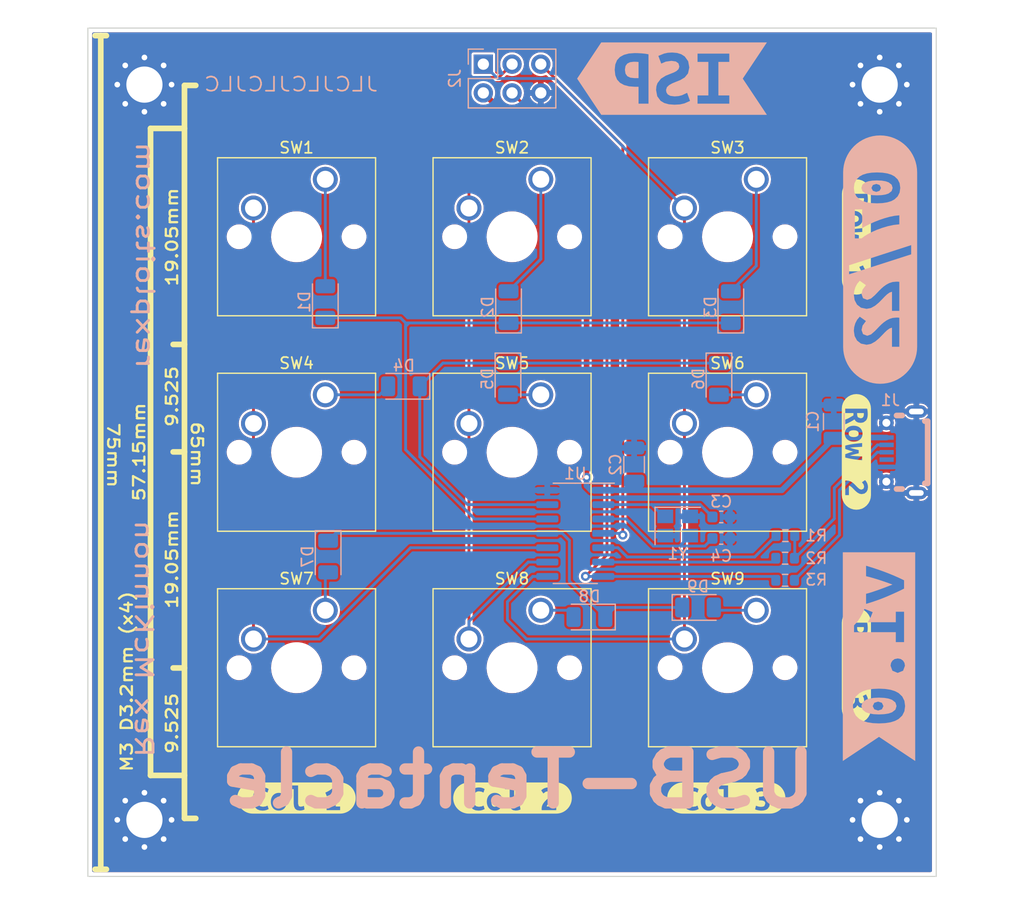
<source format=kicad_pcb>
(kicad_pcb (version 20211014) (generator pcbnew)
  (title_block (title "USB-Tentacle") (date "2022-07-21") (rev "1.0") (comment 1 "Customizable 3x3 keypad that emulates a USB keyboard.") (comment 2 "Designed by Rex McKinnon <0xff@rexploits.com>"))
  (layers (0 "F.Cu" jumper) (31 "B.Cu" signal) (34 "B.Paste" user) (35 "F.Paste" user) (36 "B.SilkS" user "B.Silkscreen") (37 "F.SilkS" user "F.Silkscreen") (38 "B.Mask" user) (39 "F.Mask" user) (44 "Edge.Cuts" user))
  (net 0 "")
  (net 1 "VBUS")
  (net 2 "GND")
  (net 3 "Net-(C4-Pad1)")
  (net 4 "/ROW_1")
  (net 5 "Net-(D1-Pad2)")
  (net 6 "/ROW_2")
  (net 7 "Net-(D2-Pad2)")
  (net 8 "/ROW_3")
  (net 9 "Net-(D3-Pad2)")
  (net 10 "Net-(D4-Pad2)")
  (net 11 "Net-(D5-Pad2)")
  (net 12 "Net-(D6-Pad2)")
  (net 13 "Net-(D7-Pad2)")
  (net 14 "Net-(D8-Pad2)")
  (net 15 "Net-(D9-Pad2)")
  (net 17 "/COL_3")
  (net 18 "/COL_1")
  (net 19 "/COL_2")
  (net 20 "Net-(R3-Pad2)")
  (net 21 "/D-")
  (net 22 "/D+")
  (net 23 "/PUD-")
  (net 24 "Net-(U1-Pad2)")
  (net 25 "Net-(J1-Pad2)")
  (net 26 "Net-(U1-Pad4)")
  (footprint "MountingHole:MountingHole_3.2mm_M3_Pad_Via" (layer "F.Cu") (at 164.76 141.63)
    (fp_text reference "REF**" hide)
    (fp_text value "MountingHole_3.2mm_M3_Pad_Via")
    (pad "1" thru_hole circle (at -1.697056 1.697056) (size 0.8 0.8) (drill 0.5) (layers *.Cu *.Mask))
    (pad "1" thru_hole circle (at -2.4 0) (size 0.8 0.8) (drill 0.5) (layers *.Cu *.Mask))
    (pad "1" thru_hole circle (at 1.697056 1.697056) (size 0.8 0.8) (drill 0.5) (layers *.Cu *.Mask))
    (pad "1" thru_hole circle (at 0 0) (size 6.4 6.4) (drill 3.2) (layers *.Cu *.Mask) (net 2 "GND"))
    (pad "1" thru_hole circle (at 2.4 0) (size 0.8 0.8) (drill 0.5) (layers *.Cu *.Mask))
    (pad "1" thru_hole circle (at -1.697056 -1.697056) (size 0.8 0.8) (drill 0.5) (layers *.Cu *.Mask))
    (pad "1" thru_hole circle (at 0 -2.4) (size 0.8 0.8) (drill 0.5) (layers *.Cu *.Mask))
    (pad "1" thru_hole circle (at 1.697056 -1.697056) (size 0.8 0.8) (drill 0.5) (layers *.Cu *.Mask))
    (pad "1" thru_hole circle (at 0 2.4) (size 0.8 0.8) (drill 0.5) (layers *.Cu *.Mask))
  )
  (footprint "kibuzzard-62D88F76" (layer "F.Cu") (at 132.3 139.7)
    (fp_text reference "kibuzzard-62D88F76" hide)
    (fp_text value "G***" hide)
  )
  (footprint "MountingHole:MountingHole_3.2mm_M3_Pad_Via" (layer "F.Cu") (at 99.76 76.63)
    (fp_text reference "REF**" hide)
    (fp_text value "MountingHole_3.2mm_M3_Pad_Via")
    (pad "1" thru_hole circle (at 2.4 0) (size 0.8 0.8) (drill 0.5) (layers *.Cu *.Mask))
    (pad "1" thru_hole circle (at 1.697056 -1.697056) (size 0.8 0.8) (drill 0.5) (layers *.Cu *.Mask))
    (pad "1" thru_hole circle (at -1.697056 1.697056) (size 0.8 0.8) (drill 0.5) (layers *.Cu *.Mask))
    (pad "1" thru_hole circle (at 0 2.4) (size 0.8 0.8) (drill 0.5) (layers *.Cu *.Mask))
    (pad "1" thru_hole circle (at 0 -2.4) (size 0.8 0.8) (drill 0.5) (layers *.Cu *.Mask))
    (pad "1" thru_hole circle (at 0 0) (size 6.4 6.4) (drill 3.2) (layers *.Cu *.Mask) (net 2 "GND"))
    (pad "1" thru_hole circle (at -1.697056 -1.697056) (size 0.8 0.8) (drill 0.5) (layers *.Cu *.Mask))
    (pad "1" thru_hole circle (at 1.697056 1.697056) (size 0.8 0.8) (drill 0.5) (layers *.Cu *.Mask))
    (pad "1" thru_hole circle (at -2.4 0) (size 0.8 0.8) (drill 0.5) (layers *.Cu *.Mask))
  )
  (footprint "MountingHole:MountingHole_3.2mm_M3_Pad_Via" (layer "F.Cu") (at 99.76 141.63)
    (fp_text reference "REF**" hide)
    (fp_text value "MountingHole_3.2mm_M3_Pad_Via")
    (pad "1" thru_hole circle (at 2.4 0) (size 0.8 0.8) (drill 0.5) (layers *.Cu *.Mask))
    (pad "1" thru_hole circle (at 1.697056 -1.697056) (size 0.8 0.8) (drill 0.5) (layers *.Cu *.Mask))
    (pad "1" thru_hole circle (at -2.4 0) (size 0.8 0.8) (drill 0.5) (layers *.Cu *.Mask))
    (pad "1" thru_hole circle (at -1.697056 -1.697056) (size 0.8 0.8) (drill 0.5) (layers *.Cu *.Mask))
    (pad "1" thru_hole circle (at 0 -2.4) (size 0.8 0.8) (drill 0.5) (layers *.Cu *.Mask))
    (pad "1" thru_hole circle (at 1.697056 1.697056) (size 0.8 0.8) (drill 0.5) (layers *.Cu *.Mask))
    (pad "1" thru_hole circle (at -1.697056 1.697056) (size 0.8 0.8) (drill 0.5) (layers *.Cu *.Mask))
    (pad "1" thru_hole circle (at 0 0) (size 6.4 6.4) (drill 3.2) (layers *.Cu *.Mask) (net 2 "GND"))
    (pad "1" thru_hole circle (at 0 2.4) (size 0.8 0.8) (drill 0.5) (layers *.Cu *.Mask))
  )
  (footprint "MountingHole:MountingHole_3.2mm_M3_Pad_Via" (layer "F.Cu") (at 164.76 76.63)
    (fp_text reference "REF**" hide)
    (fp_text value "MountingHole_3.2mm_M3_Pad_Via")
    (pad "1" thru_hole circle (at -1.697056 1.697056) (size 0.8 0.8) (drill 0.5) (layers *.Cu *.Mask))
    (pad "1" thru_hole circle (at -2.4 0) (size 0.8 0.8) (drill 0.5) (layers *.Cu *.Mask))
    (pad "1" thru_hole circle (at 0 -2.4) (size 0.8 0.8) (drill 0.5) (layers *.Cu *.Mask))
    (pad "1" thru_hole circle (at 0 0) (size 6.4 6.4) (drill 3.2) (layers *.Cu *.Mask) (net 2 "GND"))
    (pad "1" thru_hole circle (at -1.697056 -1.697056) (size 0.8 0.8) (drill 0.5) (layers *.Cu *.Mask))
    (pad "1" thru_hole circle (at 1.697056 -1.697056) (size 0.8 0.8) (drill 0.5) (layers *.Cu *.Mask))
    (pad "1" thru_hole circle (at 1.697056 1.697056) (size 0.8 0.8) (drill 0.5) (layers *.Cu *.Mask))
    (pad "1" thru_hole circle (at 2.4 0) (size 0.8 0.8) (drill 0.5) (layers *.Cu *.Mask))
    (pad "1" thru_hole circle (at 0 2.4) (size 0.8 0.8) (drill 0.5) (layers *.Cu *.Mask))
  )
  (footprint "Button_Switch_Keyboard:SW_Cherry_MX_1.00u_PCB" (layer "F.Cu") (at 134.8 85)
    (fp_text reference "SW2" (at -2.54 -2.794) (layer "F.SilkS"))
    (fp_text value "SW_Push")
    (pad "" np_thru_hole circle (at -7.62 5.08) (size 1.7 1.7) (drill 1.7) (layers *.Cu *.Mask))
    (pad "" np_thru_hole circle (at 2.54 5.08) (size 1.7 1.7) (drill 1.7) (layers *.Cu *.Mask))
    (pad "" np_thru_hole circle (at -2.54 5.08) (size 4 4) (drill 4) (layers *.Cu *.Mask))
    (pad "1" thru_hole circle (at 0 0) (size 2.2 2.2) (drill 1.5) (layers *.Cu *.Mask) (net 7 "Net-(D2-Pad2)"))
    (pad "2" thru_hole circle (at -6.35 2.54) (size 2.2 2.2) (drill 1.5) (layers *.Cu *.Mask) (net 19 "/COL_2"))
  )
  (footprint "Button_Switch_Keyboard:SW_Cherry_MX_1.00u_PCB" (layer "F.Cu") (at 115.75 85)
    (fp_text reference "SW1" (at -2.54 -2.794) (layer "F.SilkS"))
    (fp_text value "SW_Push")
    (pad "" np_thru_hole circle (at -7.62 5.08) (size 1.7 1.7) (drill 1.7) (layers *.Cu *.Mask))
    (pad "" np_thru_hole circle (at -2.54 5.08) (size 4 4) (drill 4) (layers *.Cu *.Mask))
    (pad "" np_thru_hole circle (at 2.54 5.08) (size 1.7 1.7) (drill 1.7) (layers *.Cu *.Mask))
    (pad "1" thru_hole circle (at 0 0) (size 2.2 2.2) (drill 1.5) (layers *.Cu *.Mask) (net 5 "Net-(D1-Pad2)"))
    (pad "2" thru_hole circle (at -6.35 2.54) (size 2.2 2.2) (drill 1.5) (layers *.Cu *.Mask) (net 18 "/COL_1"))
  )
  (footprint "Button_Switch_Keyboard:SW_Cherry_MX_1.00u_PCB" (layer "F.Cu") (at 153.85 104.05)
    (fp_text reference "SW6" (at -2.54 -2.794) (layer "F.SilkS"))
    (fp_text value "SW_Push")
    (pad "" np_thru_hole circle (at -2.54 5.08) (size 4 4) (drill 4) (layers *.Cu *.Mask))
    (pad "" np_thru_hole circle (at 2.54 5.08) (size 1.7 1.7) (drill 1.7) (layers *.Cu *.Mask))
    (pad "" np_thru_hole circle (at -7.62 5.08) (size 1.7 1.7) (drill 1.7) (layers *.Cu *.Mask))
    (pad "1" thru_hole circle (at 0 0) (size 2.2 2.2) (drill 1.5) (layers *.Cu *.Mask) (net 12 "Net-(D6-Pad2)"))
    (pad "2" thru_hole circle (at -6.35 2.54) (size 2.2 2.2) (drill 1.5) (layers *.Cu *.Mask) (net 17 "/COL_3"))
  )
  (footprint "kibuzzard-62D88F18" (layer "F.Cu") (at 162.7 109.1 -90)
    (fp_text reference "kibuzzard-62D88F18" hide)
    (fp_text value "G***" hide)
  )
  (footprint "kibuzzard-62D88F88" (layer "F.Cu") (at 151.2 139.7)
    (fp_text reference "kibuzzard-62D88F88" hide)
    (fp_text value "G***" hide)
  )
  (footprint "Button_Switch_Keyboard:SW_Cherry_MX_1.00u_PCB" (layer "F.Cu") (at 115.75 123.1)
    (fp_text reference "SW7" (at -2.54 -2.794) (layer "F.SilkS"))
    (fp_text value "SW_Push")
    (pad "" np_thru_hole circle (at -7.62 5.08) (size 1.7 1.7) (drill 1.7) (layers *.Cu *.Mask))
    (pad "" np_thru_hole circle (at -2.54 5.08) (size 4 4) (drill 4) (layers *.Cu *.Mask))
    (pad "" np_thru_hole circle (at 2.54 5.08) (size 1.7 1.7) (drill 1.7) (layers *.Cu *.Mask))
    (pad "1" thru_hole circle (at 0 0) (size 2.2 2.2) (drill 1.5) (layers *.Cu *.Mask) (net 13 "Net-(D7-Pad2)"))
    (pad "2" thru_hole circle (at -6.35 2.54) (size 2.2 2.2) (drill 1.5) (layers *.Cu *.Mask) (net 18 "/COL_1"))
  )
  (footprint "Button_Switch_Keyboard:SW_Cherry_MX_1.00u_PCB" (layer "F.Cu") (at 134.8 123.1)
    (fp_text reference "SW8" (at -2.54 -2.794) (layer "F.SilkS"))
    (fp_text value "SW_Push")
    (pad "" np_thru_hole circle (at -2.54 5.08) (size 4 4) (drill 4) (layers *.Cu *.Mask))
    (pad "" np_thru_hole circle (at -7.62 5.08) (size 1.7 1.7) (drill 1.7) (layers *.Cu *.Mask))
    (pad "" np_thru_hole circle (at 2.54 5.08) (size 1.7 1.7) (drill 1.7) (layers *.Cu *.Mask))
    (pad "1" thru_hole circle (at 0 0) (size 2.2 2.2) (drill 1.5) (layers *.Cu *.Mask) (net 14 "Net-(D8-Pad2)"))
    (pad "2" thru_hole circle (at -6.35 2.54) (size 2.2 2.2) (drill 1.5) (layers *.Cu *.Mask) (net 19 "/COL_2"))
  )
  (footprint "Button_Switch_Keyboard:SW_Cherry_MX_1.00u_PCB" (layer "F.Cu") (at 115.75 104.05)
    (fp_text reference "SW4" (at -2.54 -2.794) (layer "F.SilkS"))
    (fp_text value "SW_Push")
    (pad "" np_thru_hole circle (at -7.62 5.08) (size 1.7 1.7) (drill 1.7) (layers *.Cu *.Mask))
    (pad "" np_thru_hole circle (at -2.54 5.08) (size 4 4) (drill 4) (layers *.Cu *.Mask))
    (pad "" np_thru_hole circle (at 2.54 5.08) (size 1.7 1.7) (drill 1.7) (layers *.Cu *.Mask))
    (pad "1" thru_hole circle (at 0 0) (size 2.2 2.2) (drill 1.5) (layers *.Cu *.Mask) (net 10 "Net-(D4-Pad2)"))
    (pad "2" thru_hole circle (at -6.35 2.54) (size 2.2 2.2) (drill 1.5) (layers *.Cu *.Mask) (net 18 "/COL_1"))
  )
  (footprint "Button_Switch_Keyboard:SW_Cherry_MX_1.00u_PCB" (layer "F.Cu") (at 153.85 85)
    (fp_text reference "SW3" (at -2.54 -2.794) (layer "F.SilkS"))
    (fp_text value "SW_Push")
    (pad "" np_thru_hole circle (at 2.54 5.08) (size 1.7 1.7) (drill 1.7) (layers *.Cu *.Mask))
    (pad "" np_thru_hole circle (at -2.54 5.08) (size 4 4) (drill 4) (layers *.Cu *.Mask))
    (pad "" np_thru_hole circle (at -7.62 5.08) (size 1.7 1.7) (drill 1.7) (layers *.Cu *.Mask))
    (pad "1" thru_hole circle (at 0 0) (size 2.2 2.2) (drill 1.5) (layers *.Cu *.Mask) (net 9 "Net-(D3-Pad2)"))
    (pad "2" thru_hole circle (at -6.35 2.54) (size 2.2 2.2) (drill 1.5) (layers *.Cu *.Mask) (net 17 "/COL_3"))
  )
  (footprint "kibuzzard-62D88F2B" (layer "F.Cu") (at 162.7 128 -90)
    (fp_text reference "kibuzzard-62D88F2B" hide)
    (fp_text value "G***" hide)
  )
  (footprint "kibuzzard-62D88EEF" (layer "F.Cu") (at 162.7 90.1 -90)
    (fp_text reference "kibuzzard-62D88EEF" hide)
    (fp_text value "G***" hide)
  )
  (footprint "kibuzzard-62D88F66" (layer "F.Cu") (at 113.2 139.7)
    (fp_text reference "kibuzzard-62D88F66" hide)
    (fp_text value "G***" hide)
  )
  (footprint "Button_Switch_Keyboard:SW_Cherry_MX_1.00u_PCB" (layer "F.Cu") (at 153.85 123.1)
    (fp_text reference "SW9" (at -2.54 -2.794) (layer "F.SilkS"))
    (fp_text value "SW_Push")
    (pad "" np_thru_hole circle (at 2.54 5.08) (size 1.7 1.7) (drill 1.7) (layers *.Cu *.Mask))
    (pad "" np_thru_hole circle (at -7.62 5.08) (size 1.7 1.7) (drill 1.7) (layers *.Cu *.Mask))
    (pad "" np_thru_hole circle (at -2.54 5.08) (size 4 4) (drill 4) (layers *.Cu *.Mask))
    (pad "1" thru_hole circle (at 0 0) (size 2.2 2.2) (drill 1.5) (layers *.Cu *.Mask) (net 15 "Net-(D9-Pad2)"))
    (pad "2" thru_hole circle (at -6.35 2.54) (size 2.2 2.2) (drill 1.5) (layers *.Cu *.Mask) (net 17 "/COL_3"))
  )
  (footprint "Button_Switch_Keyboard:SW_Cherry_MX_1.00u_PCB" (layer "F.Cu") (at 134.8 104.05)
    (fp_text reference "SW5" (at -2.54 -2.794) (layer "F.SilkS"))
    (fp_text value "SW_Push")
    (pad "" np_thru_hole circle (at 2.54 5.08) (size 1.7 1.7) (drill 1.7) (layers *.Cu *.Mask))
    (pad "" np_thru_hole circle (at -2.54 5.08) (size 4 4) (drill 4) (layers *.Cu *.Mask))
    (pad "" np_thru_hole circle (at -7.62 5.08) (size 1.7 1.7) (drill 1.7) (layers *.Cu *.Mask))
    (pad "1" thru_hole circle (at 0 0) (size 2.2 2.2) (drill 1.5) (layers *.Cu *.Mask) (net 11 "Net-(D5-Pad2)"))
    (pad "2" thru_hole circle (at -6.35 2.54) (size 2.2 2.2) (drill 1.5) (layers *.Cu *.Mask) (net 19 "/COL_2"))
  )
  (footprint "Resistor_SMD:R_0603_1608Metric" (layer "B.Cu") (at 156.425 116.5 180)
    (fp_text reference "R1" (at -2.725 0) (layer "B.SilkS") (effects (justify mirror)))
    (fp_text value "1.5K")
    (pad "1" smd roundrect (at -0.825 0 180) (size 0.8 0.95) (layers "B.Cu" "B.Paste" "B.Mask") (net 25 "Net-(J1-Pad2)"))
    (pad "2" smd roundrect (at 0.825 0 180) (size 0.8 0.95) (layers "B.Cu" "B.Paste" "B.Mask") (net 23 "/PUD-"))
  )
  (footprint "Diode_SMD:D_1206_3216Metric" (layer "B.Cu") (at 116 118.35 -90)
    (fp_text reference "D7" (at 0 1.82 90) (layer "B.SilkS") (effects (justify mirror)))
    (fp_text value "D")
    (pad "1" smd roundrect (at -1.4 0 270) (size 1.25 1.75) (layers "B.Cu" "B.Paste" "B.Mask") (roundrect_rratio 0.2) (net 8 "/ROW_3"))
    (pad "2" smd roundrect (at 1.4 0 270) (size 1.25 1.75) (layers "B.Cu" "B.Paste" "B.Mask") (roundrect_rratio 0.2) (net 13 "Net-(D7-Pad2)"))
  )
  (footprint "Diode_SMD:D_1206_3216Metric" (layer "B.Cu") (at 139.1 123.7 180)
    (fp_text reference "D8" (at 0 1.82) (layer "B.SilkS") (effects (justify mirror)))
    (fp_text value "D")
    (pad "1" smd roundrect (at -1.4 0 180) (size 1.25 1.75) (layers "B.Cu" "B.Paste" "B.Mask") (roundrect_rratio 0.2) (net 8 "/ROW_3"))
    (pad "2" smd roundrect (at 1.4 0 180) (size 1.25 1.75) (layers "B.Cu" "B.Paste" "B.Mask") (roundrect_rratio 0.2) (net 14 "Net-(D8-Pad2)"))
  )
  (footprint "Capacitor_SMD:C_0603_1608Metric" (layer "B.Cu") (at 150.75 114.85)
    (fp_text reference "C3" (at 0 -1.35) (layer "B.SilkS") (effects (justify mirror)))
    (fp_text value "TBD")
    (pad "1" smd roundrect (at -0.775 0) (size 0.9 0.95) (layers "B.Cu" "B.Paste" "B.Mask") (net 24 "Net-(U1-Pad2)"))
    (pad "2" smd roundrect (at 0.775 0) (size 0.9 0.95) (layers "B.Cu" "B.Paste" "B.Mask") (net 2 "GND"))
  )
  (footprint "Crystal:Crystal_SMD_3225-4Pin_3.2x2.5mm" (layer "B.Cu") (at 146.9 115.65)
    (fp_text reference "Y1" (at 0 2.45) (layer "B.SilkS") (effects (justify mirror)))
    (fp_text value "12MHz")
    (pad "1" smd rect (at -1.1 -0.85) (size 1.4 1.2) (layers "B.Cu" "B.Paste" "B.Mask") (net 24 "Net-(U1-Pad2)"))
    (pad "2" smd rect (at 1.1 -0.85) (size 1.4 1.2) (layers "B.Cu" "B.Paste" "B.Mask") (net 2 "GND"))
    (pad "3" smd rect (at 1.1 0.85) (size 1.4 1.2) (layers "B.Cu" "B.Paste" "B.Mask") (net 3 "Net-(C4-Pad1)"))
    (pad "4" smd rect (at -1.1 0.85) (size 1.4 1.2) (layers "B.Cu" "B.Paste" "B.Mask") (net 2 "GND"))
  )
  (footprint "Resistor_SMD:R_0603_1608Metric" (layer "B.Cu") (at 156.4 120.45)
    (fp_text reference "R3" (at 2.75 -0.05) (layer "B.SilkS") (effects (justify mirror)))
    (fp_text value "680")
    (pad "1" smd roundrect (at -0.825 0) (size 0.8 0.95) (layers "B.Cu" "B.Paste" "B.Mask") (net 22 "/D+"))
    (pad "2" smd roundrect (at 0.825 0) (size 0.8 0.95) (layers "B.Cu" "B.Paste" "B.Mask") (net 20 "Net-(R3-Pad2)"))
  )
  (footprint "Package_SO:SOIC-14_3.9x8.7mm_P1.27mm" (layer "B.Cu") (at 137.85 116.3 180)
    (fp_text reference "U1" (at 0 5.28) (layer "B.SilkS") (effects (justify mirror)))
    (fp_text value "ATtiny44A-SS")
    (pad "1" smd roundrect (at -2.475 3.81 180) (size 1.95 0.6) (layers "B.Cu" "B.Paste" "B.Mask") (net 1 "VBUS"))
    (pad "2" smd roundrect (at -2.475 2.54 180) (size 1.95 0.6) (layers "B.Cu" "B.Paste" "B.Mask") (net 24 "Net-(U1-Pad2)"))
    (pad "3" smd roundrect (at -2.475 1.27 180) (size 1.95 0.6) (layers "B.Cu" "B.Paste" "B.Mask") (net 3 "Net-(C4-Pad1)"))
    (pad "4" smd roundrect (at -2.475 0 180) (size 1.95 0.6) (layers "B.Cu" "B.Paste" "B.Mask") (net 26 "Net-(U1-Pad4)"))
    (pad "5" smd roundrect (at -2.475 -1.27 180) (size 1.95 0.6) (layers "B.Cu" "B.Paste" "B.Mask") (net 23 "/PUD-"))
    (pad "6" smd roundrect (at -2.475 -2.54 180) (size 1.95 0.6) (layers "B.Cu" "B.Paste" "B.Mask") (net 21 "/D-"))
    (pad "7" smd roundrect (at -2.475 -3.81 180) (size 1.95 0.6) (layers "B.Cu" "B.Paste" "B.Mask") (net 22 "/D+"))
    (pad "8" smd roundrect (at 2.475 -3.81 180) (size 1.95 0.6) (layers "B.Cu" "B.Paste" "B.Mask") (net 17 "/COL_3"))
    (pad "9" smd roundrect (at 2.475 -2.54 180) (size 1.95 0.6) (layers "B.Cu" "B.Paste" "B.Mask") (net 19 "/COL_2"))
    (pad "10" smd roundrect (at 2.475 -1.27 180) (size 1.95 0.6) (layers "B.Cu" "B.Paste" "B.Mask") (net 18 "/COL_1"))
    (pad "11" smd roundrect (at 2.475 0 180) (size 1.95 0.6) (layers "B.Cu" "B.Paste" "B.Mask") (net 8 "/ROW_3"))
    (pad "12" smd roundrect (at 2.475 1.27 180) (size 1.95 0.6) (layers "B.Cu" "B.Paste" "B.Mask") (net 4 "/ROW_1"))
    (pad "13" smd roundrect (at 2.475 2.54 180) (size 1.95 0.6) (layers "B.Cu" "B.Paste" "B.Mask") (net 6 "/ROW_2"))
    (pad "14" smd roundrect (at 2.475 3.81 180) (size 1.95 0.6) (layers "B.Cu" "B.Paste" "B.Mask") (net 2 "GND"))
  )
  (footprint "UPL-Connectors:USB_Micro-B_Receptacle_AdamTech_MCR-B-S-RA-SMT-CS5A-NF-TR" (layer "B.Cu") (at 168 109.13)
    (fp_text reference "J1" (at -2.3 -4.6 unlocked) (layer "B.SilkS") (effects (justify mirror)))
    (fp_text value "USB_B_Micro")
    (pad "1" smd rect (at -2.625 -1.3) (size 1.25 0.4) (layers "B.Cu" "B.Paste" "B.Mask") (net 1 "VBUS"))
    (pad "2" smd rect (at -2.625 -0.65) (size 1.25 0.4) (layers "B.Cu" "B.Paste" "B.Mask") (net 25 "Net-(J1-Pad2)"))
    (pad "3" smd rect (at -2.625 0) (size 1.25 0.4) (layers "B.Cu" "B.Paste" "B.Mask") (net 20 "Net-(R3-Pad2)"))
    (pad "4" smd rect (at -2.625 0.65) (size 1.25 0.4) (layers "B.Cu" "B.Paste" "B.Mask"))
    (pad "5" smd rect (at -2.625 1.3) (size 1.25 0.4) (layers "B.Cu" "B.Paste" "B.Mask") (net 2 "GND"))
    (pad "6" thru_hole circle (at -2.65 -2.6) (size 1.3 1.3) (drill 0.7) (layers *.Cu *.Mask) (net 2 "GND"))
    (pad "6" thru_hole circle (at -2.65 2.6) (size 1.3 1.3) (drill 0.7) (layers *.Cu *.Mask) (net 2 "GND"))
    (pad "6" thru_hole oval (at 0 -3.6) (size 1.9 1.1) (drill oval 1.3 0.5) (layers *.Cu *.Mask) (net 2 "GND"))
    (pad "6" thru_hole oval (at 0 3.6) (size 1.9 1.1) (drill oval 1.3 0.5) (layers *.Cu *.Mask) (net 2 "GND"))
  )
  (footprint "Diode_SMD:D_1206_3216Metric" (layer "B.Cu") (at 151.6 96.3 90)
    (fp_text reference "D3" (at 0 -1.8 90) (layer "B.SilkS") (effects (justify mirror)))
    (fp_text value "D")
    (pad "1" smd roundrect (at -1.4 0 90) (size 1.25 1.75) (layers "B.Cu" "B.Paste" "B.Mask") (roundrect_rratio 0.2) (net 4 "/ROW_1"))
    (pad "2" smd roundrect (at 1.4 0 90) (size 1.25 1.75) (layers "B.Cu" "B.Paste" "B.Mask") (roundrect_rratio 0.2) (net 9 "Net-(D3-Pad2)"))
  )
  (footprint "Resistor_SMD:R_0603_1608Metric" (layer "B.Cu") (at 156.4 118.5)
    (fp_text reference "R2" (at 2.75 0) (layer "B.SilkS") (effects (justify mirror)))
    (fp_text value "680")
    (pad "1" smd roundrect (at -0.825 0) (size 0.8 0.95) (layers "B.Cu" "B.Paste" "B.Mask") (net 21 "/D-"))
    (pad "2" smd roundrect (at 0.825 0) (size 0.8 0.95) (layers "B.Cu" "B.Paste" "B.Mask") (net 25 "Net-(J1-Pad2)"))
  )
  (footprint "Connector_PinHeader_2.54mm:PinHeader_2x03_P2.54mm_Vertical" (layer "B.Cu") (at 129.72 74.8225 -90)
    (fp_text reference "J2" (at 1.27 2.52 90) (layer "B.SilkS") (effects (justify mirror)))
    (fp_text value "AVR-ISP-6")
    (pad "1" thru_hole rect (at 0 0 270) (size 1.7 1.7) (drill 1) (layers *.Cu *.Mask) (net 17 "/COL_3"))
    (pad "2" thru_hole oval (at 2.54 0 270) (size 1.7 1.7) (drill 1) (layers *.Cu *.Mask) (net 1 "VBUS"))
    (pad "3" thru_hole oval (at 0 -2.54 270) (size 1.7 1.7) (drill 1) (layers *.Cu *.Mask) (net 19 "/COL_2"))
    (pad "4" thru_hole oval (at 2.54 -2.54 270) (size 1.7 1.7) (drill 1) (layers *.Cu *.Mask) (net 22 "/D+"))
    (pad "5" thru_hole oval (at 0 -5.08 270) (size 1.7 1.7) (drill 1) (layers *.Cu *.Mask) (net 26 "Net-(U1-Pad4)"))
    (pad "6" thru_hole oval (at 2.54 -5.08 270) (size 1.7 1.7) (drill 1) (layers *.Cu *.Mask) (net 2 "GND"))
  )
  (footprint "Diode_SMD:D_1206_3216Metric" (layer "B.Cu") (at 150.55 102.65 -90)
    (fp_text reference "D6" (at 0 1.82 90) (layer "B.SilkS") (effects (justify mirror)))
    (fp_text value "D")
    (pad "1" smd roundrect (at -1.4 0 270) (size 1.25 1.75) (layers "B.Cu" "B.Paste" "B.Mask") (roundrect_rratio 0.2) (net 6 "/ROW_2"))
    (pad "2" smd roundrect (at 1.4 0 270) (size 1.25 1.75) (layers "B.Cu" "B.Paste" "B.Mask") (roundrect_rratio 0.2) (net 12 "Net-(D6-Pad2)"))
  )
  (footprint "Diode_SMD:D_1206_3216Metric" (layer "B.Cu") (at 131.95 96.3 90)
    (fp_text reference "D2" (at 0 -1.85 90) (layer "B.SilkS") (effects (justify mirror)))
    (fp_text value "D")
    (pad "1" smd roundrect (at -1.4 0 90) (size 1.25 1.75) (layers "B.Cu" "B.Paste" "B.Mask") (roundrect_rratio 0.2) (net 4 "/ROW_1"))
    (pad "2" smd roundrect (at 1.4 0 90) (size 1.25 1.75) (layers "B.Cu" "B.Paste" "B.Mask") (roundrect_rratio 0.2) (net 7 "Net-(D2-Pad2)"))
  )
  (footprint "Diode_SMD:D_1206_3216Metric" (layer "B.Cu") (at 115.75 95.85 90)
    (fp_text reference "D1" (at 0 -1.85 90) (layer "B.SilkS") (effects (justify mirror)))
    (fp_text value "D")
    (pad "1" smd roundrect (at -1.4 0 90) (size 1.25 1.75) (layers "B.Cu" "B.Paste" "B.Mask") (roundrect_rratio 0.2) (net 4 "/ROW_1"))
    (pad "2" smd roundrect (at 1.4 0 90) (size 1.25 1.75) (layers "B.Cu" "B.Paste" "B.Mask") (roundrect_rratio 0.2) (net 5 "Net-(D1-Pad2)"))
  )
  (footprint "Diode_SMD:D_1206_3216Metric" (layer "B.Cu") (at 122.7 103.3 180)
    (fp_text reference "D4" (at 0 1.82) (layer "B.SilkS") (effects (justify mirror)))
    (fp_text value "D")
    (pad "1" smd roundrect (at -1.4 0 180) (size 1.25 1.75) (layers "B.Cu" "B.Paste" "B.Mask") (roundrect_rratio 0.2) (net 6 "/ROW_2"))
    (pad "2" smd roundrect (at 1.4 0 180) (size 1.25 1.75) (layers "B.Cu" "B.Paste" "B.Mask") (roundrect_rratio 0.2) (net 10 "Net-(D4-Pad2)"))
  )
  (footprint "Capacitor_SMD:C_1206_3216Metric" (layer "B.Cu") (at 160.7 106.425 90)
    (fp_text reference "C1" (at 0 -1.85 90) (layer "B.SilkS") (effects (justify mirror)))
    (fp_text value "1uF")
    (pad "1" smd roundrect (at -1.475 0 90) (size 1.15 1.8) (layers "B.Cu" "B.Paste" "B.Mask") (roundrect_rratio 0.2173913043) (net 1 "VBUS"))
    (pad "2" smd roundrect (at 1.475 0 90) (size 1.15 1.8) (layers "B.Cu" "B.Paste" "B.Mask") (roundrect_rratio 0.2173913043) (net 2 "GND"))
  )
  (footprint "Diode_SMD:D_1206_3216Metric" (layer "B.Cu") (at 131.9 102.65 -90)
    (fp_text reference "D5" (at 0 1.82 90) (layer "B.SilkS") (effects (justify mirror)))
    (fp_text value "D")
    (pad "1" smd roundrect (at -1.4 0 270) (size 1.25 1.75) (layers "B.Cu" "B.Paste" "B.Mask") (roundrect_rratio 0.2) (net 6 "/ROW_2"))
    (pad "2" smd roundrect (at 1.4 0 270) (size 1.25 1.75) (layers "B.Cu" "B.Paste" "B.Mask") (roundrect_rratio 0.2) (net 11 "Net-(D5-Pad2)"))
  )
  (footprint "kibuzzard-62D873FF" (layer "B.Cu") (at 164.7 127.2 -90)
    (fp_text reference "kibuzzard-62D873FF" hide)
    (fp_text value "G***" hide)
  )
  (footprint "Diode_SMD:D_1206_3216Metric" (layer "B.Cu") (at 148.7 122.85)
    (fp_text reference "D9" (at 0 -1.85) (layer "B.SilkS") (effects (justify mirror)))
    (fp_text value "D")
    (pad "1" smd roundrect (at -1.4 0) (size 1.25 1.75) (layers "B.Cu" "B.Paste" "B.Mask") (roundrect_rratio 0.2) (net 8 "/ROW_3"))
    (pad "2" smd roundrect (at 1.4 0) (size 1.25 1.75) (layers "B.Cu" "B.Paste" "B.Mask") (roundrect_rratio 0.2) (net 15 "Net-(D9-Pad2)"))
  )
  (footprint "Capacitor_SMD:C_1206_3216Metric" (layer "B.Cu") (at 143.05 110.225 90)
    (fp_text reference "C2" (at 0 -1.65 90) (layer "B.SilkS") (effects (justify mirror)))
    (fp_text value "0.1uF")
    (pad "1" smd roundrect (at -1.475 0 90) (size 1.15 1.8) (layers "B.Cu" "B.Paste" "B.Mask") (roundrect_rratio 0.2173913043) (net 1 "VBUS"))
    (pad "2" smd roundrect (at 1.475 0 90) (size 1.15 1.8) (layers "B.Cu" "B.Paste" "B.Mask") (roundrect_rratio 0.2173913043) (net 2 "GND"))
  )
  (footprint "kibuzzard-62D87684" (layer "B.Cu") (at 164.8 92.1 -90)
    (fp_text reference "kibuzzard-62D87684" hide)
    (fp_text value "G***" hide)
  )
  (footprint "Capacitor_SMD:C_0603_1608Metric" (layer "B.Cu") (at 150.75 116.75)
    (fp_text reference "C4" (at 0 1.55) (layer "B.SilkS") (effects (justify mirror)))
    (fp_text value "TBD")
    (pad "1" smd roundrect (at -0.775 0) (size 0.9 0.95) (layers "B.Cu" "B.Paste" "B.Mask") (net 3 "Net-(C4-Pad1)"))
    (pad "2" smd roundrect (at 0.775 0) (size 0.9 0.95) (layers "B.Cu" "B.Paste" "B.Mask") (net 2 "GND"))
  )
  (footprint "kibuzzard-62D87485" (layer "B.Cu") (at 146.4 76.1 180)
    (fp_text reference "kibuzzard-62D87485" hide)
    (fp_text value "G***" hide)
  )
  (gr_line (start 95.4 146) (end 96.4 146) (layer "F.SilkS") (width 0.5))
  (gr_line (start 100.3 137.7) (end 100.3 80.5) (layer "F.SilkS") (width 0.5))
  (gr_line (start 102.3 99.6) (end 103.3 99.6) (layer "F.SilkS") (width 0.5))
  (gr_line (start 103.3 141.5) (end 103.3 76.7) (layer "F.SilkS") (width 0.5))
  (gr_line (start 100.3 80.5) (end 103.3 80.5) (layer "F.SilkS") (width 0.5))
  (gr_line (start 104.3 76.7) (end 103.3 76.7) (layer "F.SilkS") (width 0.5))
  (gr_line (start 100.3 137.7) (end 103.3 137.7) (layer "F.SilkS") (width 0.5))
  (gr_line (start 102.3 109.1) (end 103.3 109.1) (layer "F.SilkS") (width 0.5))
  (gr_line (start 95.4 72.3) (end 96.4 72.3) (layer "F.SilkS") (width 0.5))
  (gr_line (start 104.3 141.5) (end 103.3 141.5) (layer "F.SilkS") (width 0.5))
  (gr_line (start 95.9 72.3) (end 95.9 146) (layer "F.SilkS") (width 0.5))
  (gr_line (start 102.3 128.2) (end 103.3 128.2) (layer "F.SilkS") (width 0.5))
  (gr_rect (start 94.76 71.63) (end 169.76 146.63) (layer "Edge.Cuts") (width 0.1) (fill none))
  (gr_text "rexploits.com" (at 99.8 81.5 270) (layer "B.SilkS") (effects (font (size 1.5 2) (thickness 0.25)) (justify right mirror)))
  (gr_text "JLCJLCJLCJLC" (at 104.9 76.6) (layer "B.SilkS") (effects (font (size 1.25 1.5)) (justify right mirror)))
  (gr_text "Rex McKinnon" (at 99.7 136.3 270) (layer "B.SilkS") (effects (font (size 1.5 2) (thickness 0.25)) (justify left mirror)))
  (gr_text "USB-Tentacle" (at 132.8 138.1) (layer "B.SilkS") (effects (font (size 4.5 5) (thickness 1)) (justify mirror)))
  (gr_text "19.05mm" (at 102.2 90.1 90) (layer "F.SilkS") (effects (font (size 1 1.25) (thickness 0.2))))
  (gr_text "9.525" (at 102.2 104.2 90) (layer "F.SilkS") (effects (font (size 1 1.25) (thickness 0.2))))
  (gr_text "19.05mm" (at 102.2 118.6 90) (layer "F.SilkS") (effects (font (size 1 1.25) (thickness 0.2))))
  (gr_text "75mm" (at 97 109.4 270) (layer "F.SilkS") (effects (font (size 1 1.25) (thickness 0.2))))
  (gr_text "M3 D3.2mm (x4)" (at 98.2 137.5 90) (layer "F.SilkS") (effects (font (size 1 1.25) (thickness 0.2)) (justify left)))
  (gr_text "57.15mm" (at 99.3 109.1 90) (layer "F.SilkS") (effects (font (size 1 1.25) (thickness 0.2))))
  (gr_text "65mm" (at 104.4 109.3 270) (layer "F.SilkS") (effects (font (size 1 1.25) (thickness 0.2))))
  (gr_text "9.525" (at 102.2 133.1 90) (layer "F.SilkS") (effects (font (size 1 1.25) (thickness 0.2))))
  (segment (start 138.85 86.4925) (end 129.72 77.3625) (width 0.5) (layer "F.Cu") (net 1))
  (segment (start 138.85 111.35) (end 138.85 86.4925) (width 0.5) (layer "F.Cu") (net 1))
  (via (at 138.85 111.35) (size 0.8) (drill 0.4) (layers "F.Cu" "B.Cu") (net 1))
  (segment (start 156.11 112.49) (end 160.7 107.9) (width 0.5) (layer "B.Cu") (net 1))
  (segment (start 140.315 112.5) (end 139.25 112.5) (width 0.5) (layer "B.Cu") (net 1))
  (segment (start 142.26 112.49) (end 143.05 111.7) (width 0.5) (layer "B.Cu") (net 1))
  (segment (start 138.85 112.1) (end 138.85 111.35) (width 0.5) (layer "B.Cu") (net 1))
  (segment (start 160.7 107.9) (end 160.77 107.83) (width 0.5) (layer "B.Cu") (net 1))
  (segment (start 140.325 112.49) (end 140.315 112.5) (width 0.5) (layer "B.Cu") (net 1))
  (segment (start 142.26 112.49) (end 156.11 112.49) (width 0.5) (layer "B.Cu") (net 1))
  (segment (start 139.25 112.5) (end 138.85 112.1) (width 0.5) (layer "B.Cu") (net 1))
  (segment (start 160.77 107.83) (end 165.375 107.83) (width 0.5) (layer "B.Cu") (net 1))
  (segment (start 140.325 112.49) (end 142.26 112.49) (width 0.5) (layer "B.Cu") (net 1))
  (segment (start 149.3 117.425) (end 149.975 116.75) (width 0.25) (layer "B.Cu") (net 3))
  (segment (start 147.075 117.425) (end 149.3 117.425) (width 0.25) (layer "B.Cu") (net 3))
  (segment (start 144.75 117.425) (end 147.075 117.425) (width 0.25) (layer "B.Cu") (net 3))
  (segment (start 140.325 115.03) (end 142.355 115.03) (width 0.25) (layer "B.Cu") (net 3))
  (segment (start 142.355 115.03) (end 144.75 117.425) (width 0.25) (layer "B.Cu") (net 3))
  (segment (start 147.075 117.425) (end 148 116.5) (width 0.25) (layer "B.Cu") (net 3))
  (segment (start 123.15 97.7) (end 122.85 97.7) (width 0.25) (layer "B.Cu") (net 4))
  (segment (start 122.85 108.912535) (end 122.85 98.25) (width 0.25) (layer "B.Cu") (net 4))
  (segment (start 115.75 97.25) (end 122.4 97.25) (width 0.25) (layer "B.Cu") (net 4))
  (segment (start 122.85 98.25) (end 122.85 98) (width 0.25) (layer "B.Cu") (net 4))
  (segment (start 128.967465 115.03) (end 122.85 108.912535) (width 0.25) (layer "B.Cu") (net 4))
  (segment (start 122.4 97.25) (end 122.85 97.7) (width 0.25) (layer "B.Cu") (net 4))
  (segment (start 122.85 98) (end 123.15 97.7) (width 0.25) (layer "B.Cu") (net 4))
  (segment (start 131.95 97.7) (end 151.6 97.7) (width 0.25) (layer "B.Cu") (net 4))
  (segment (start 135.375 115.03) (end 128.967465 115.03) (width 0.25) (layer "B.Cu") (net 4))
  (segment (start 122.85 98.25) (end 122.85 97.7) (width 0.25) (layer "B.Cu") (net 4))
  (segment (start 131.95 97.7) (end 123.15 97.7) (width 0.25) (layer "B.Cu") (net 4))
  (segment (start 115.75 94.45) (end 115.75 85) (width 0.25) (layer "B.Cu") (net 5))
  (segment (start 124.1 103.3) (end 126.15 101.25) (width 0.25) (layer "B.Cu") (net 6))
  (segment (start 126.15 101.25) (end 131.9 101.25) (width 0.25) (layer "B.Cu") (net 6))
  (segment (start 124.1 109.526139) (end 124.1 103.3) (width 0.25) (layer "B.Cu") (net 6))
  (segment (start 135.375 113.76) (end 128.333861 113.76) (width 0.25) (layer "B.Cu") (net 6))
  (segment (start 131.9 101.25) (end 150.55 101.25) (width 0.25) (layer "B.Cu") (net 6))
  (segment (start 128.333861 113.76) (end 124.1 109.526139) (width 0.25) (layer "B.Cu") (net 6))
  (segment (start 134.8 92.05) (end 134.8 85) (width 0.25) (layer "B.Cu") (net 7))
  (segment (start 131.95 94.9) (end 134.8 92.05) (width 0.25) (layer "B.Cu") (net 7))
  (segment (start 139.3 122.5) (end 137.325875 120.525875) (width 0.25) (layer "B.Cu") (net 8))
  (segment (start 141.35 122.85) (end 139.65 122.85) (width 0.25) (layer "B.Cu") (net 8))
  (segment (start 116.65 116.3) (end 116 116.95) (width 0.25) (layer "B.Cu") (net 8))
  (segment (start 147.3 122.85) (end 141.35 122.85) (width 0.25) (layer "B.Cu") (net 8))
  (segment (start 137.325875 120.525875) (end 137.325875 116.925875) (width 0.25) (layer "B.Cu") (net 8))
  (segment (start 139.65 122.85) (end 139.3 122.5) (width 0.25) (layer "B.Cu") (net 8))
  (segment (start 141.35 122.85) (end 140.5 123.7) (width 0.25) (layer "B.Cu") (net 8))
  (segment (start 136.7 116.3) (end 135.375 116.3) (width 0.25) (layer "B.Cu") (net 8))
  (segment (start 140.5 123.7) (end 139.3 122.5) (width 0.25) (layer "B.Cu") (net 8))
  (segment (start 135.375 116.3) (end 116.65 116.3) (width 0.25) (layer "B.Cu") (net 8))
  (segment (start 137.325875 116.925875) (end 136.7 116.3) (width 0.25) (layer "B.Cu") (net 8))
  (segment (start 153.85 92.65) (end 153.85 85) (width 0.25) (layer "B.Cu") (net 9))
  (segment (start 151.6 94.9) (end 153.85 92.65) (width 0.25) (layer "B.Cu") (net 9))
  (segment (start 120.55 104.05) (end 115.75 104.05) (width 0.25) (layer "B.Cu") (net 10))
  (segment (start 121.3 103.3) (end 120.55 104.05) (width 0.25) (layer "B.Cu") (net 10))
  (segment (start 131.9 104.05) (end 134.8 104.05) (width 0.25) (layer "B.Cu") (net 11))
  (segment (start 150.55 104.05) (end 153.85 104.05) (width 0.25) (layer "B.Cu") (net 12))
  (segment (start 115.75 120) (end 116 119.75) (width 0.25) (layer "B.Cu") (net 13))
  (segment (start 115.75 123.1) (end 115.75 120) (width 0.25) (layer "B.Cu") (net 13))
  (segment (start 137.1 123.1) (end 137.7 123.7) (width 0.25) (layer "B.Cu") (net 14))
  (segment (start 134.8 123.1) (end 137.1 123.1) (width 0.25) (layer "B.Cu") (net 14))
  (segment (start 150.1 122.85) (end 150.35 123.1) (width 0.25) (layer "B.Cu") (net 15))
  (segment (start 150.35 123.1) (end 153.85 123.1) (width 0.25) (layer "B.Cu") (net 15))
  (segment (start 147.5 125.64) (end 147.5 106.59) (width 0.25) (layer "F.Cu") (net 17))
  (segment (start 147.5 106.59) (end 147.5 87.54) (width 0.25) (layer "F.Cu") (net 17))
  (segment (start 133.56 125.64) (end 147.5 125.64) (width 0.25) (layer "B.Cu") (net 17))
  (segment (start 134.09 120.11) (end 131.85 122.35) (width 0.25) (layer "B.Cu") (net 17))
  (segment (start 131.85 122.35) (end 131.85 123.95) (width 0.25) (layer "B.Cu") (net 17))
  (segment (start 130.988621 76.091121) (end 136.051121 76.091121) (width 0.25) (layer "B.Cu") (net 17))
  (segment (start 133.55 125.65) (end 133.56 125.64) (width 0.25) (layer "B.Cu") (net 17))
  (segment (start 136.051121 76.091121) (end 147.5 87.54) (width 0.25) (layer "B.Cu") (net 17))
  (segment (start 135.375 120.11) (end 134.09 120.11) (width 0.25) (layer "B.Cu") (net 17))
  (segment (start 131.85 123.95) (end 133.55 125.65) (width 0.25) (layer "B.Cu") (net 17))
  (segment (start 129.72 74.8225) (end 130.988621 76.091121) (width 0.25) (layer "B.Cu") (net 17))
  (segment (start 109.4 106.59) (end 109.4 87.54) (width 0.25) (layer "F.Cu") (net 18))
  (segment (start 109.4 125.64) (end 109.4 106.59) (width 0.25) (layer "F.Cu") (net 18))
  (segment (start 135.375 117.57) (end 123.295255 117.57) (width 0.25) (layer "B.Cu") (net 18))
  (segment (start 123.295255 117.57) (end 115.225255 125.64) (width 0.25) (layer "B.Cu") (net 18))
  (segment (start 115.225255 125.64) (end 109.4 125.64) (width 0.25) (layer "B.Cu") (net 18))
  (segment (start 128.45 106.59) (end 128.45 125.64) (width 0.25) (layer "F.Cu") (net 19))
  (segment (start 129.4025 75.9975) (end 131.085 75.9975) (width 0.25) (layer "F.Cu") (net 19))
  (segment (start 128.45 76.95) (end 129.4025 75.9975) (width 0.25) (layer "F.Cu") (net 19))
  (segment (start 131.085 75.9975) (end 132.26 74.8225) (width 0.25) (layer "F.Cu") (net 19))
  (segment (start 128.45 87.54) (end 128.45 106.59) (width 0.25) (layer "F.Cu") (net 19))
  (segment (start 128.45 87.54) (end 128.45 76.95) (width 0.25) (layer "F.Cu") (net 19))
  (segment (start 128.45 124.084366) (end 128.45 125.64) (width 0.25) (layer "B.Cu") (net 19))
  (segment (start 135.375 118.84) (end 133.694366 118.84) (width 0.25) (layer "B.Cu") (net 19))
  (segment (start 133.694366 118.84) (end 128.45 124.084366) (width 0.25) (layer "B.Cu") (net 19))
  (segment (start 161.2 116.45) (end 161.2 112.48) (width 0.25) (layer "B.Cu") (net 20))
  (segment (start 164.55 109.13) (end 165.375 109.13) (width 0.25) (layer "B.Cu") (net 20))
  (segment (start 161.2 112.48) (end 164.55 109.13) (width 0.25) (layer "B.Cu") (net 20))
  (segment (start 157.2 120.45) (end 161.2 116.45) (width 0.25) (layer "B.Cu") (net 20))
  (segment (start 155.26 118.84) (end 155.6 118.5) (width 0.25) (layer "B.Cu") (net 21))
  (segment (start 140.325 118.84) (end 155.26 118.84) (width 0.25) (layer "B.Cu") (net 21))
  (segment (start 140.65 118.2) (end 140.65 85.7525) (width 0.25) (layer "F.Cu") (net 22))
  (segment (start 138.75 120.1) (end 140.65 118.2) (width 0.25) (layer "F.Cu") (net 22))
  (segment (start 140.65 85.7525) (end 132.26 77.3625) (width 0.25) (layer "F.Cu") (net 22))
  (via (at 138.75 120.1) (size 0.8) (drill 0.4) (layers "F.Cu" "B.Cu") (net 22))
  (segment (start 155.21 120.11) (end 155.55 120.45) (width 0.25) (layer "B.Cu") (net 22))
  (segment (start 140.325 120.11) (end 155.21 120.11) (width 0.25) (layer "B.Cu") (net 22))
  (segment (start 140.325 120.11) (end 138.76 120.11) (width 0.25) (layer "B.Cu") (net 22))
  (segment (start 138.76 120.11) (end 138.75 120.1) (width 0.25) (layer "B.Cu") (net 22))
  (segment (start 155.6 116.5) (end 153.71 118.39) (width 0.25) (layer "B.Cu") (net 23))
  (segment (start 142.44 118.39) (end 141.62 117.57) (width 0.25) (layer "B.Cu") (net 23))
  (segment (start 153.71 118.39) (end 142.44 118.39) (width 0.25) (layer "B.Cu") (net 23))
  (segment (start 141.62 117.57) (end 140.325 117.57) (width 0.25) (layer "B.Cu") (net 23))
  (segment (start 144.61 113.76) (end 148.885 113.76) (width 0.25) (layer "B.Cu") (net 24))
  (segment (start 148.885 113.76) (end 149.975 114.85) (width 0.25) (layer "B.Cu") (net 24))
  (segment (start 144.61 113.76) (end 140.325 113.76) (width 0.25) (layer "B.Cu") (net 24))
  (segment (start 145.8 114.95) (end 144.61 113.76) (width 0.25) (layer "B.Cu") (net 24))
  (segment (start 165.375 108.48) (end 164.563604 108.48) (width 0.25) (layer "B.Cu") (net 25))
  (segment (start 160.75 112.293604) (end 160.75 115) (width 0.25) (layer "B.Cu") (net 25))
  (segment (start 164.563604 108.48) (end 160.75 112.293604) (width 0.25) (layer "B.Cu") (net 25))
  (segment (start 157.25 118.5) (end 157.25 116.5) (width 0.25) (layer "B.Cu") (net 25))
  (segment (start 160.75 115) (end 157.25 118.5) (width 0.25) (layer "B.Cu") (net 25))
  (segment (start 142.05 116.45) (end 142.05 82.0725) (width 0.25) (layer "F.Cu") (net 26))
  (segment (start 142.05 82.0725) (end 134.8 74.8225) (width 0.25) (layer "F.Cu") (net 26))
  (via (at 142.05 116.45) (size 0.8) (drill 0.4) (layers "F.Cu" "B.Cu") (net 26))
  (segment (start 142.05 116.45) (end 141.9 116.3) (width 0.25) (layer "B.Cu") (net 26))
  (segment (start 141.9 116.3) (end 140.325 116.3) (width 0.25) (layer "B.Cu") (net 26))
  (zone (net 2) (net_name "GND") (layers F&B.Cu) (connect_pads yes (clearance 0.1524)) (min_thickness 0.254) (fill yes (thermal_gap 0.508) (thermal_bridge_width 0.508))
    (polygon (pts (xy 103.3 145.2) (xy 95.9 145.2) (xy 95.9 137.6) (xy 103.3 137.6)))
  )
  (zone (net 2) (net_name "GND") (layers F&B.Cu) (connect_pads yes (clearance 0.1524)) (min_thickness 0.254) (fill yes (thermal_gap 0.508) (thermal_bridge_width 0.508))
    (polygon (pts (xy 168.5 145.4) (xy 161.1 145.4) (xy 161.1 137.8) (xy 168.5 137.8)))
  )
  (zone (net 2) (net_name "GND") (layers F&B.Cu) (connect_pads yes (clearance 0.1524)) (min_thickness 0.254) (fill yes (thermal_gap 0.508) (thermal_bridge_width 0.508))
    (polygon (pts (xy 103.4 80.4) (xy 96 80.4) (xy 96 72.8) (xy 103.4 72.8)))
  )
  (zone (net 2) (net_name "GND") (layers F&B.Cu) (connect_pads (clearance 0.1524)) (min_thickness 0.254) (fill yes (thermal_gap 0.1524) (thermal_bridge_width 0.508))
    (polygon (pts (xy 170.35 69.3) (xy 170.55 148.05) (xy 91.25 148.75) (xy 91.75 69.15)))
  )
  (zone (net 2) (net_name "GND") (layers F&B.Cu) (connect_pads yes (clearance 0.1524)) (min_thickness 0.254) (fill yes (thermal_gap 0.508) (thermal_bridge_width 0.508))
    (polygon (pts (xy 168.4 80.2) (xy 161 80.2) (xy 161 72.6) (xy 168.4 72.6)))
  )
)
</source>
